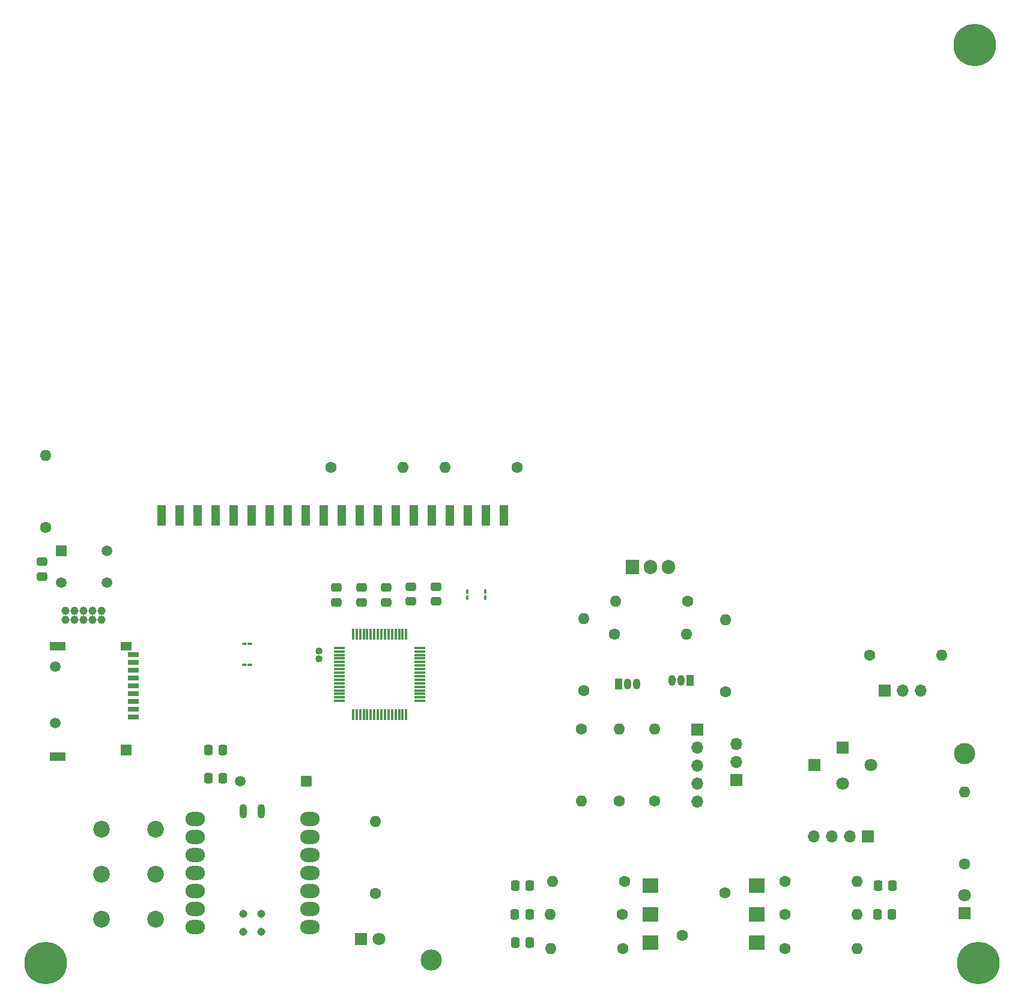
<source format=gbr>
%TF.GenerationSoftware,KiCad,Pcbnew,9.0.0*%
%TF.CreationDate,2025-05-12T01:47:32+10:00*%
%TF.ProjectId,Control_Unit,436f6e74-726f-46c5-9f55-6e69742e6b69,rev?*%
%TF.SameCoordinates,Original*%
%TF.FileFunction,Soldermask,Top*%
%TF.FilePolarity,Negative*%
%FSLAX46Y46*%
G04 Gerber Fmt 4.6, Leading zero omitted, Abs format (unit mm)*
G04 Created by KiCad (PCBNEW 9.0.0) date 2025-05-12 01:47:32*
%MOMM*%
%LPD*%
G01*
G04 APERTURE LIST*
G04 Aperture macros list*
%AMRoundRect*
0 Rectangle with rounded corners*
0 $1 Rounding radius*
0 $2 $3 $4 $5 $6 $7 $8 $9 X,Y pos of 4 corners*
0 Add a 4 corners polygon primitive as box body*
4,1,4,$2,$3,$4,$5,$6,$7,$8,$9,$2,$3,0*
0 Add four circle primitives for the rounded corners*
1,1,$1+$1,$2,$3*
1,1,$1+$1,$4,$5*
1,1,$1+$1,$6,$7*
1,1,$1+$1,$8,$9*
0 Add four rect primitives between the rounded corners*
20,1,$1+$1,$2,$3,$4,$5,0*
20,1,$1+$1,$4,$5,$6,$7,0*
20,1,$1+$1,$6,$7,$8,$9,0*
20,1,$1+$1,$8,$9,$2,$3,0*%
G04 Aperture macros list end*
%ADD10RoundRect,0.250000X0.337500X0.475000X-0.337500X0.475000X-0.337500X-0.475000X0.337500X-0.475000X0*%
%ADD11C,1.014000*%
%ADD12RoundRect,0.100000X-0.217500X-0.100000X0.217500X-0.100000X0.217500X0.100000X-0.217500X0.100000X0*%
%ADD13C,1.600000*%
%ADD14O,1.600000X1.600000*%
%ADD15R,1.200000X3.000000*%
%ADD16R,1.800000X1.800000*%
%ADD17C,1.800000*%
%ADD18R,1.700000X1.700000*%
%ADD19O,1.700000X1.700000*%
%ADD20C,3.000000*%
%ADD21C,1.168400*%
%ADD22C,6.000000*%
%ADD23RoundRect,0.100000X0.100000X-0.217500X0.100000X0.217500X-0.100000X0.217500X-0.100000X-0.217500X0*%
%ADD24R,1.050000X1.500000*%
%ADD25O,1.050000X1.500000*%
%ADD26RoundRect,0.250000X0.475000X-0.337500X0.475000X0.337500X-0.475000X0.337500X-0.475000X-0.337500X0*%
%ADD27O,2.748280X1.998980*%
%ADD28O,1.016000X2.032000*%
%ADD29C,1.143000*%
%ADD30R,1.905000X2.000000*%
%ADD31O,1.905000X2.000000*%
%ADD32RoundRect,0.075000X-0.700000X-0.075000X0.700000X-0.075000X0.700000X0.075000X-0.700000X0.075000X0*%
%ADD33RoundRect,0.075000X-0.075000X-0.700000X0.075000X-0.700000X0.075000X0.700000X-0.075000X0.700000X0*%
%ADD34RoundRect,0.250000X-0.475000X0.337500X-0.475000X-0.337500X0.475000X-0.337500X0.475000X0.337500X0*%
%ADD35R,1.600000X0.700000*%
%ADD36C,1.500000*%
%ADD37R,1.500000X1.200000*%
%ADD38R,2.200000X1.200000*%
%ADD39R,1.500000X1.600000*%
%ADD40RoundRect,0.102000X1.000000X0.950000X-1.000000X0.950000X-1.000000X-0.950000X1.000000X-0.950000X0*%
%ADD41R,1.498600X1.498600*%
%ADD42C,1.498600*%
%ADD43C,1.512000*%
%ADD44RoundRect,0.102000X0.654000X0.654000X-0.654000X0.654000X-0.654000X-0.654000X0.654000X-0.654000X0*%
%ADD45C,2.362200*%
G04 APERTURE END LIST*
D10*
%TO.C,C12*%
X140749000Y-155638500D03*
X138674000Y-155638500D03*
%TD*%
D11*
%TO.C,Y1*%
X111051500Y-114478500D03*
X111051500Y-115648500D03*
%TD*%
D10*
%TO.C,C14*%
X191829000Y-151638500D03*
X189754000Y-151638500D03*
%TD*%
D12*
%TO.C,C8*%
X100496500Y-113500000D03*
X101311500Y-113500000D03*
%TD*%
D13*
%TO.C,R9*%
X176749000Y-156500000D03*
D14*
X186909000Y-156500000D03*
%TD*%
D15*
%TO.C,U4*%
X137130000Y-95400000D03*
X134590000Y-95400000D03*
X132050000Y-95400000D03*
X129510000Y-95400000D03*
X126970000Y-95400000D03*
X124430000Y-95400000D03*
X121890000Y-95400000D03*
X119350000Y-95400000D03*
X116810000Y-95400000D03*
X114270000Y-95400000D03*
X111730000Y-95400000D03*
X109190000Y-95400000D03*
X106650000Y-95400000D03*
X104110000Y-95400000D03*
X101570000Y-95400000D03*
X99030000Y-95400000D03*
X96490000Y-95400000D03*
X93950000Y-95400000D03*
X91410000Y-95400000D03*
X88870000Y-95400000D03*
%TD*%
D16*
%TO.C,U9*%
X184829000Y-128138500D03*
D17*
X184829000Y-133238500D03*
D16*
X180829000Y-130638500D03*
D17*
X188829000Y-130638500D03*
%TD*%
D13*
%TO.C,R20*%
X152669000Y-112138500D03*
D14*
X162829000Y-112138500D03*
%TD*%
D18*
%TO.C,J2*%
X169829000Y-132718500D03*
D19*
X169829000Y-130178500D03*
X169829000Y-127638500D03*
%TD*%
D10*
%TO.C,C13*%
X140749000Y-147638500D03*
X138674000Y-147638500D03*
%TD*%
D16*
%TO.C,LED1*%
X202000000Y-151540000D03*
D17*
X202000000Y-149000000D03*
%TD*%
D20*
%TO.C,TP2*%
X202000000Y-129000000D03*
%TD*%
D13*
%TO.C,R18*%
X148329000Y-120138500D03*
D14*
X148329000Y-109978500D03*
%TD*%
D13*
%TO.C,R5*%
X154080000Y-147000000D03*
D14*
X143920000Y-147000000D03*
%TD*%
D13*
%TO.C,R21*%
X168329000Y-120298500D03*
D14*
X168329000Y-110138500D03*
%TD*%
D13*
%TO.C,R14*%
X158329000Y-135718500D03*
D14*
X158329000Y-125558500D03*
%TD*%
D13*
%TO.C,R6*%
X176749000Y-151638500D03*
D14*
X186909000Y-151638500D03*
%TD*%
D13*
%TO.C,R15*%
X153329000Y-135718500D03*
D14*
X153329000Y-125558500D03*
%TD*%
D20*
%TO.C,TP1*%
X126829000Y-158138500D03*
%TD*%
D21*
%TO.C,J1*%
X80329000Y-108868500D03*
X80329000Y-110138500D03*
X79059000Y-108868500D03*
X79059000Y-110138500D03*
X77789000Y-108868500D03*
X77789000Y-110138500D03*
X76519000Y-108868500D03*
X76519000Y-110138500D03*
X75249000Y-108868500D03*
X75249000Y-110138500D03*
%TD*%
D22*
%TO.C,FID2*%
X204000000Y-158500000D03*
%TD*%
D23*
%TO.C,C7*%
X134500000Y-106971000D03*
X134500000Y-106156000D03*
%TD*%
D24*
%TO.C,Q3*%
X163369000Y-118638500D03*
D25*
X162099000Y-118638500D03*
X160829000Y-118638500D03*
%TD*%
D26*
%TO.C,C4*%
X120500000Y-107638500D03*
X120500000Y-105563500D03*
%TD*%
D12*
%TO.C,C9*%
X100496500Y-116500000D03*
X101311500Y-116500000D03*
%TD*%
D18*
%TO.C,J5*%
X164329000Y-125598500D03*
D19*
X164329000Y-128138500D03*
X164329000Y-130678500D03*
X164329000Y-133218500D03*
X164329000Y-135758500D03*
%TD*%
D13*
%TO.C,R12*%
X202000000Y-144580000D03*
D14*
X202000000Y-134420000D03*
%TD*%
D27*
%TO.C,U2*%
X109785080Y-153443420D03*
X109785080Y-150903420D03*
X109785080Y-148363420D03*
X109785080Y-145823420D03*
X109785080Y-143283420D03*
X109785080Y-140743420D03*
X109785080Y-138203420D03*
X93620520Y-138203420D03*
X93620520Y-140743420D03*
X93620520Y-143283420D03*
X93620520Y-145823420D03*
X93620520Y-148363420D03*
X93620520Y-150903420D03*
X93620520Y-153443420D03*
D28*
X102918200Y-137125600D03*
X100368200Y-137125600D03*
D29*
X102919397Y-154129787D03*
X100379397Y-154129787D03*
X102919397Y-151589787D03*
X100379397Y-151589787D03*
%TD*%
D30*
%TO.C,Q2*%
X155249000Y-102638500D03*
D31*
X157789000Y-102638500D03*
X160329000Y-102638500D03*
%TD*%
D13*
%TO.C,R16*%
X148000000Y-125555300D03*
D14*
X148000000Y-135715300D03*
%TD*%
D32*
%TO.C,U1*%
X113904000Y-114063500D03*
X113904000Y-114563500D03*
X113904000Y-115063500D03*
X113904000Y-115563500D03*
X113904000Y-116063500D03*
X113904000Y-116563500D03*
X113904000Y-117063500D03*
X113904000Y-117563500D03*
X113904000Y-118063500D03*
X113904000Y-118563500D03*
X113904000Y-119063500D03*
X113904000Y-119563500D03*
X113904000Y-120063500D03*
X113904000Y-120563500D03*
X113904000Y-121063500D03*
X113904000Y-121563500D03*
D33*
X115829000Y-123488500D03*
X116329000Y-123488500D03*
X116829000Y-123488500D03*
X117329000Y-123488500D03*
X117829000Y-123488500D03*
X118329000Y-123488500D03*
X118829000Y-123488500D03*
X119329000Y-123488500D03*
X119829000Y-123488500D03*
X120329000Y-123488500D03*
X120829000Y-123488500D03*
X121329000Y-123488500D03*
X121829000Y-123488500D03*
X122329000Y-123488500D03*
X122829000Y-123488500D03*
X123329000Y-123488500D03*
D32*
X125254000Y-121563500D03*
X125254000Y-121063500D03*
X125254000Y-120563500D03*
X125254000Y-120063500D03*
X125254000Y-119563500D03*
X125254000Y-119063500D03*
X125254000Y-118563500D03*
X125254000Y-118063500D03*
X125254000Y-117563500D03*
X125254000Y-117063500D03*
X125254000Y-116563500D03*
X125254000Y-116063500D03*
X125254000Y-115563500D03*
X125254000Y-115063500D03*
X125254000Y-114563500D03*
X125254000Y-114063500D03*
D33*
X123329000Y-112138500D03*
X122829000Y-112138500D03*
X122329000Y-112138500D03*
X121829000Y-112138500D03*
X121329000Y-112138500D03*
X120829000Y-112138500D03*
X120329000Y-112138500D03*
X119829000Y-112138500D03*
X119329000Y-112138500D03*
X118829000Y-112138500D03*
X118329000Y-112138500D03*
X117829000Y-112138500D03*
X117329000Y-112138500D03*
X116829000Y-112138500D03*
X116329000Y-112138500D03*
X115829000Y-112138500D03*
%TD*%
D34*
%TO.C,C17*%
X72000000Y-101925000D03*
X72000000Y-104000000D03*
%TD*%
D26*
%TO.C,C2*%
X113500000Y-107638500D03*
X113500000Y-105563500D03*
%TD*%
D35*
%TO.C,U3*%
X84829000Y-123838500D03*
X84829000Y-122738500D03*
X84829000Y-121638500D03*
X84829000Y-120538500D03*
X84829000Y-119438500D03*
X84829000Y-118338500D03*
X84829000Y-117238500D03*
X84829000Y-116138500D03*
D36*
X73829000Y-116688500D03*
X73829000Y-124688500D03*
D35*
X84829000Y-115038500D03*
D37*
X83829000Y-113838500D03*
D38*
X74229000Y-113838500D03*
D39*
X83829000Y-128488500D03*
D38*
X74229000Y-129388500D03*
%TD*%
D13*
%TO.C,R10*%
X138989000Y-88638500D03*
D14*
X128829000Y-88638500D03*
%TD*%
D13*
%TO.C,SW2*%
X168249000Y-148638500D03*
X162249000Y-154638500D03*
D40*
X172749000Y-155638500D03*
X172749000Y-151638500D03*
X172749000Y-147638500D03*
X157749000Y-155638500D03*
X157749000Y-151638500D03*
X157749000Y-147638500D03*
%TD*%
D10*
%TO.C,C16*%
X191904000Y-147638500D03*
X189829000Y-147638500D03*
%TD*%
D26*
%TO.C,C3*%
X117000000Y-107638500D03*
X117000000Y-105563500D03*
%TD*%
D16*
%TO.C,LED2*%
X116960000Y-155138500D03*
D17*
X119500000Y-155138500D03*
%TD*%
D10*
%TO.C,C15*%
X140711500Y-151638500D03*
X138636500Y-151638500D03*
%TD*%
%TO.C,C10*%
X97500000Y-132500000D03*
X95425000Y-132500000D03*
%TD*%
D24*
%TO.C,Q1*%
X153289000Y-119138500D03*
D25*
X154559000Y-119138500D03*
X155829000Y-119138500D03*
%TD*%
D13*
%TO.C,R8*%
X176749000Y-147000000D03*
D14*
X186909000Y-147000000D03*
%TD*%
D13*
%TO.C,R22*%
X112725200Y-88620600D03*
D14*
X122885200Y-88620600D03*
%TD*%
D26*
%TO.C,C6*%
X127500000Y-107500000D03*
X127500000Y-105425000D03*
%TD*%
D23*
%TO.C,C1*%
X131904000Y-106971000D03*
X131904000Y-106156000D03*
%TD*%
D41*
%TO.C,SW3*%
X74673499Y-100351499D03*
D42*
X81173500Y-100351499D03*
X74673499Y-104851500D03*
X81173500Y-104851500D03*
%TD*%
D18*
%TO.C,J4*%
X188409000Y-140638500D03*
D19*
X185869000Y-140638500D03*
X183329000Y-140638500D03*
X180789000Y-140638500D03*
%TD*%
D13*
%TO.C,R17*%
X188669000Y-115138500D03*
D14*
X198829000Y-115138500D03*
%TD*%
D43*
%TO.C,D1*%
X99956200Y-132912200D03*
D44*
X109236200Y-132912200D03*
%TD*%
D13*
%TO.C,R4*%
X153834000Y-156500000D03*
D14*
X143674000Y-156500000D03*
%TD*%
D45*
%TO.C,SW1*%
X80380000Y-152338500D03*
X80380000Y-145988500D03*
X80380000Y-139638500D03*
X88000000Y-152338500D03*
X88000000Y-145988500D03*
X88000000Y-139638500D03*
%TD*%
D22*
%TO.C,FID3*%
X72500000Y-158500000D03*
%TD*%
D13*
%TO.C,R13*%
X119000000Y-148718500D03*
D14*
X119000000Y-138558500D03*
%TD*%
D10*
%TO.C,C11*%
X97500000Y-128500000D03*
X95425000Y-128500000D03*
%TD*%
D13*
%TO.C,R19*%
X162989000Y-107500000D03*
D14*
X152829000Y-107500000D03*
%TD*%
D26*
%TO.C,C5*%
X124000000Y-107500000D03*
X124000000Y-105425000D03*
%TD*%
D22*
%TO.C,FID1*%
X203500000Y-29000000D03*
%TD*%
D13*
%TO.C,R11*%
X72500000Y-97080000D03*
D14*
X72500000Y-86920000D03*
%TD*%
D18*
%TO.C,J3*%
X190749000Y-120138500D03*
D19*
X193289000Y-120138500D03*
X195829000Y-120138500D03*
%TD*%
D13*
%TO.C,R7*%
X153754000Y-151638500D03*
D14*
X143594000Y-151638500D03*
%TD*%
M02*

</source>
